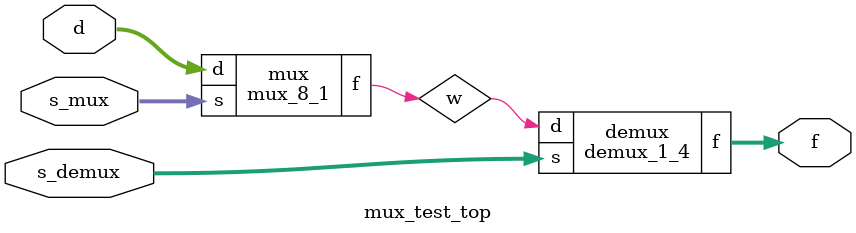
<source format=v>
`timescale 1ns / 1ps


module and_gate(
    input A,
    input B,
    output F
    );
    
    and (F, A, B);
    
endmodule

module half_adder_structural(
    input A,
    input B,
    output sum,
    output carry
    );

    xor (sum, A, B);
    and (carry, A, B);

endmodule

module half_adder(
    input A,
    input B,
    output sum,
    output carry
    );

    assign sum = A ^ B;
    assign carry = A & B;

endmodule

module half_adder_behaviaral(           // µ¿ÀÛÀû ¸ðµ¨¸µ
    input A,
    input B,
    output reg sum,
    output reg carry
    );

    always @(A, B)begin
        case({A, B})
            2'b00: begin sum = 0; carry = 0; end  //
            2'b01: begin sum = 1; carry = 0; end
            2'b10: begin sum = 1; carry = 0; end
            2'b11: begin sum = 0; carry = 1; end
        endcase
    end

endmodule

module full_adder_structural(
        input A, B, cin,
        output sum, carry
    );

    wire sum_0, carry_0, carry_1;

    half_adder ha0 (.A(A), .B(B), .sum(sum_0), .carry(carry_0));
    half_adder ha1 (.A(sum_0), .B(cin), .sum(sum), .carry(carry_1));
    
    or (carry, carry_0, carry_1);

endmodule

module full_adder(
        input A, B, cin,
        output sum, carry
    );

    assign sum = A ^ B ^ cin;
    assign carry = (cin & ( A ^ B)) | (A & B);
    
endmodule

module fadder_4bit_s(
        input [3:0] a, b,
        input cin,
        output [3:0] sum, 
        output carry
    );
    
    wire [2:0] carry_in;
    
    full_adder fa0 (.A(a[0]), .B(b[0]), .cin(cin), .sum(sum[0]), .carry(carry_in[0]));
    full_adder fa1 (.A(a[1]), .B(b[1]), .cin(carry_in[0]), .sum(sum[1]), .carry(carry_in[1]));
    full_adder fa2 (.A(a[2]), .B(b[2]), .cin(carry_in[1]), .sum(sum[2]), .carry(carry_in[2]));
    full_adder fa3 (.A(a[3]), .B(b[3]), .cin(carry_in[2]), .sum(sum[3]), .carry(carry));

endmodule

module fadder_4bit(
        input [3:0] a, b,
        input cin,
        output [3:0] sum, 
        output carry
    );
    
    wire [4:0] temp;
    
    assign temp = a + b + cin;
    assign sum = temp[3:0];
    assign carry = temp[4];

endmodule

module fadd_sub_4bit_s(
        input [3:0] a, b,
        input s,                        // add: s = 0; sub: s = 1
        output [3:0] sum, 
        output carry
    );
    
    wire [2:0] carry_in;
    
    full_adder fa0 (.A(a[0]), .B(b[0] ^ s), .cin(s), .sum(sum[0]), .carry(carry_in[0]));
    full_adder fa1 (.A(a[1]), .B(b[1] ^ s), .cin(carry_in[0]), .sum(sum[1]), .carry(carry_in[1]));
    full_adder fa2 (.A(a[2]), .B(b[2] ^ s), .cin(carry_in[1]), .sum(sum[2]), .carry(carry_in[2]));
    full_adder fa3 (.A(a[3]), .B(b[3] ^ s), .cin(carry_in[2]), .sum(sum[3]), .carry(carry));

endmodule

module fadd_sub_4bit(
        input [3:0] a, b,
        input s,                        // add: s = 0; sub: s = 1
        output [3:0] sum, 
        output carry
    );
    
    wire [4:0] temp;
    
    assign temp = s ? a - b: a + b; 
    assign sum = temp[3:0];
    assign carry = temp[4];
    
endmodule

module comparator #(parameter N = 4)(
        input [N-1:0] A, B,
        output equal, greater, less
    );
    
    assign equal = (A == B) ? 1'b1 : 1'b0;
    assign greater = (A > B) ? 1'b1 : 1'b0;
    assign less = (A < B) ? 1'b1 : 1'b0;

endmodule 

module decoder_2_4 (
        input [1:0] A,
        output [3:0] Y
    );
    
    assign Y = (A == 2'b00) ? 4'b0001 :  (A == 2'b01) ? 4'b0010 : (A == 2'b10) ? 4'b0100 : 4'b1000;
    
//    always @(A) begin 
//        case(A)
//            2'b00: Y = 4'b0001;
//            2'b01: Y = 4'b0010;
//            2'b10: Y = 4'b0100;
//            2'b11: Y = 4'b1000;
//        endcase
//    end

//    always @(A) begin 
//        if (A == 2'b00) Y = 4'b0001;
//        else if(A == 2'b01) Y = 4'b0010;
//        else if(A == 2'b10) Y = 4'b0100;
//        else Y = 4'b1000;
//    end
endmodule

module decoder_2_4_en (
        input [1:0] A,
        input en,
        output [3:0] Y
    );
    
    assign Y = !en ? 4'b0000 : (A == 2'b00) ? 4'b0001 :  (A == 2'b01) ? 4'b0010 : (A == 2'b10) ? 4'b0100 : 4'b1000;
    
//    always @(A) begin 
//        if (en) begin
//            case(A)
//                2'b00: Y = 4'b0001;
//                2'b01: Y = 4'b0010;
//                2'b10: Y = 4'b0100;
//                2'b11: Y = 4'b1000;
//            endcase
//        end
//        else Y = 0;
//    end

//    always @(A) begin 
//         if(en) begin
//            if(A==2'b00) Y=4'b0001;
//            else if(A==2'b01) Y=4'b0010;
//            else if(A==2'b10) Y=4'b0100;
//            else Y=4'b1000;
//        end
//        else Y = 0;
//    end
//    always @(A) begin 
//        if(!en) Y = 0;
//        else if(A==2'b00) Y = 4'b0001;
//        else if(A==2'b01) Y = 4'b0010;
//        else if(A==2'b10) Y = 4'b0100;
//        else Y = 4'b1000;
//    end
endmodule

module decoder_3_8_LDG(
        input [2:0] A,
        output [7:0] Y
    );
    decoder_2_4_en dut1(A[1:0], !A[2], Y[3:0]);
    decoder_2_4_en dut2(A[1:0], A[2], Y[7:4]);
endmodule

module decoder_7seg(
        input [3:0] hex_value,
        output reg [7:0] seg_7
    );

    always @(hex_value) begin
        case(hex_value)
            4'b0000: seg_7 =  8'b0000_0011;
            4'b0001: seg_7 =  8'b1001_1111;
            4'b0010: seg_7 =  8'b0010_0101;
            4'b0011: seg_7 =  8'b0000_1101;
            4'b0100: seg_7 =  8'b1001_1001;
            4'b0101: seg_7 =  8'b0100_1001;
            4'b0110: seg_7 =  8'b0100_0001;
            4'b0111: seg_7 =  8'b0001_1111;
            4'b1000: seg_7 =  8'b0000_0001;
            4'b1001: seg_7 =  8'b0000_1001;
            4'b1010: seg_7 =  8'b0001_0001;
            4'b1011: seg_7 =  8'b1100_0001;
            4'b1100: seg_7 =  8'b0110_0011;
            4'b1101: seg_7 =  8'b1000_0101;
            4'b1110: seg_7 =  8'b0110_0001;
            4'b1111: seg_7 =  8'b0111_0001;
        endcase
    end
endmodule

module fnd_test_top(
    input clk,
    output [7:0] seg_7,
    output [3:0] com
);

    assign com = 4'b0011;
    
    reg [25:0] clk_div;
    
    always @(posedge clk) clk_div = clk_div + 1;
    
    reg [3:0] count;
    always @(negedge clk_div[25])begin
        count = count + 1;
    end
    wire [7:0] seg_7_font;
    decoder_7seg seg7 (.hex_value(count), .seg_7(seg_7_font));
    assign seg_7 = ~seg_7_font;
endmodule

module encoder_4_2(
        input [3:0] D,
        output [1:0] B
    );

    assign B = (D == 4'b0001) ? 2'b00 : (D == 4'b0010) ? 2'b01 : (D == 4'b0100) ? 2'b10 : 2'b11; 

endmodule

module mux_2_1 (
        input [1:0] d,
        input s,
        output f
    );
    
    assign f = s ? d[1] : d[0];

//    wire sbar, in0, in1;
    
//    not (sbar, s);
//    and (in0, d[0], sbar);
//    and (in1, d[1], s);
//    or (f, in0, in1);

endmodule

module mux_4_1 (
        input [3:0] d,
        input [1:0] s,
        output f
    );
    
    assign f = d[s];
    
endmodule

module mux_8_1 (
        input [7:0] d,
        input [2:0] s,
        output f
    );
    
    assign f = d[s];
    
endmodule

module demux_1_4 (
        input d,
        input [1:0] s,
        output [3:0] f
    );

//    always @* begin
//        f = 0;
//        f[s] = d;
//    end

    assign f = (s == 2'b00) ? {3'b000, d} : (s == 2'b01) ? {2'b00, d, 1'b0} : (s == 2'b10) ? {1'b0, d, 2'b00} : {d, 3'b000};

endmodule

module mux_test_top (
        input [7:0] d, 
        input [2:0] s_mux,
        input [1:0] s_demux,
        output [3:0] f
    );

    wire w;
    
    mux_8_1  mux (.d(d), .s(s_mux), .f(w));
    demux_1_4 demux (.d(w), .s(s_demux), .f(f));

endmodule











































</source>
